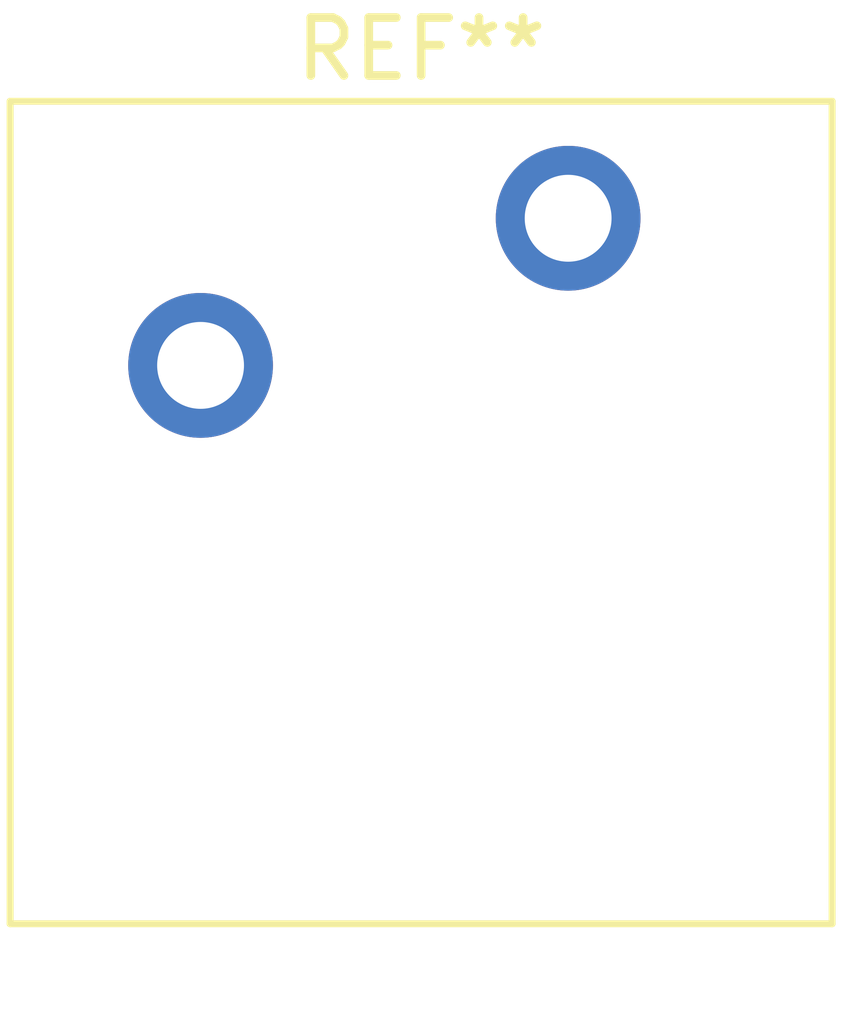
<source format=kicad_pcb>
(kicad_pcb (version 20221018) (generator pcbnew)
  (layers (0 "F.Cu" signal) (31 "B.Cu" signal) (34 "B.Paste" user) (35 "F.Paste" user) (36 "B.SilkS" user "B.Silkscreen") (37 "F.SilkS" user "F.Silkscreen") (38 "B.Mask" user) (39 "F.Mask" user) (44 "Edge.Cuts" user))
  (net 0 "")
  (footprint "PCM_Switch_Keyboard_Cherry_MX:SW_Cherry_MX_PCB" (layer "F.Cu") (at 133.35 81.28)
    (fp_text reference "REF**" (at 0 -8) (layer "F.SilkS"))
    (fp_text value "SW_Cherry_MX_PCB")
    (fp_line (start -7.1 -7.1) (end -7.1 7.1) (stroke (width 0.12)) (layer "F.SilkS"))
    (fp_line (start -7.1 7.1) (end 7.1 7.1) (stroke (width 0.12)) (layer "F.SilkS"))
    (fp_line (start 7.1 -7.1) (end -7.1 -7.1) (stroke (width 0.12)) (layer "F.SilkS"))
    (fp_line (start 7.1 7.1) (end 7.1 -7.1) (stroke (width 0.12)) (layer "F.SilkS"))
    (pad "" np_thru_hole circle (at -5.08 0) (size 1.75 1.75) (drill 1.75) (layers "*.Cu" "*.Mask"))
    (pad "" np_thru_hole circle (at 0 0) (size 4 4) (drill 4) (layers "*.Cu" "*.Mask"))
    (pad "" np_thru_hole circle (at 5.08 0) (size 1.75 1.75) (drill 1.75) (layers "*.Cu" "*.Mask"))
    (pad "1" thru_hole circle (at -3.81 -2.54) (size 2.5 2.5) (drill 1.5) (layers "*.Cu" "*.Mask"))
    (pad "2" thru_hole circle (at 2.54 -5.08) (size 2.5 2.5) (drill 1.5) (layers "*.Cu" "*.Mask"))
  )
)
</source>
